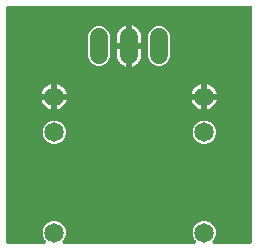
<source format=gbl>
G04 EAGLE Gerber RS-274X export*
G75*
%MOMM*%
%FSLAX34Y34*%
%LPD*%
%INBottom Copper*%
%IPPOS*%
%AMOC8*
5,1,8,0,0,1.08239X$1,22.5*%
G01*
%ADD10C,1.524000*%
%ADD11C,1.650000*%

G36*
X41771Y10162D02*
X41771Y10162D01*
X41780Y10161D01*
X41972Y10182D01*
X42162Y10201D01*
X42171Y10203D01*
X42180Y10204D01*
X42362Y10262D01*
X42547Y10319D01*
X42555Y10323D01*
X42564Y10326D01*
X42732Y10419D01*
X42901Y10511D01*
X42908Y10516D01*
X42916Y10521D01*
X43064Y10646D01*
X43211Y10768D01*
X43216Y10775D01*
X43223Y10781D01*
X43343Y10933D01*
X43463Y11082D01*
X43467Y11090D01*
X43473Y11097D01*
X43560Y11270D01*
X43649Y11439D01*
X43651Y11448D01*
X43655Y11456D01*
X43707Y11641D01*
X43760Y11826D01*
X43761Y11835D01*
X43763Y11844D01*
X43777Y12036D01*
X43793Y12228D01*
X43792Y12236D01*
X43792Y12245D01*
X43769Y12435D01*
X43746Y12627D01*
X43743Y12636D01*
X43742Y12645D01*
X43681Y12826D01*
X43621Y13010D01*
X43617Y13018D01*
X43614Y13026D01*
X43518Y13194D01*
X43423Y13361D01*
X43417Y13368D01*
X43413Y13375D01*
X43198Y13628D01*
X42513Y14313D01*
X41025Y17906D01*
X41025Y21794D01*
X42513Y25387D01*
X45263Y28137D01*
X48856Y29625D01*
X52744Y29625D01*
X56337Y28137D01*
X59087Y25387D01*
X60575Y21794D01*
X60575Y17906D01*
X59087Y14313D01*
X58402Y13628D01*
X58396Y13621D01*
X58389Y13616D01*
X58270Y13467D01*
X58147Y13317D01*
X58143Y13309D01*
X58137Y13302D01*
X58049Y13132D01*
X57958Y12961D01*
X57956Y12952D01*
X57951Y12945D01*
X57898Y12760D01*
X57843Y12575D01*
X57843Y12566D01*
X57840Y12558D01*
X57824Y12367D01*
X57807Y12174D01*
X57808Y12165D01*
X57807Y12156D01*
X57829Y11967D01*
X57850Y11774D01*
X57853Y11765D01*
X57854Y11757D01*
X57914Y11574D01*
X57972Y11390D01*
X57976Y11382D01*
X57979Y11374D01*
X58074Y11206D01*
X58167Y11038D01*
X58172Y11031D01*
X58177Y11023D01*
X58303Y10877D01*
X58427Y10731D01*
X58434Y10725D01*
X58440Y10718D01*
X58593Y10600D01*
X58743Y10481D01*
X58751Y10477D01*
X58758Y10472D01*
X58930Y10386D01*
X59102Y10299D01*
X59111Y10296D01*
X59119Y10292D01*
X59304Y10243D01*
X59490Y10191D01*
X59499Y10190D01*
X59507Y10188D01*
X59838Y10161D01*
X168762Y10161D01*
X168771Y10162D01*
X168780Y10161D01*
X168972Y10182D01*
X169162Y10201D01*
X169171Y10203D01*
X169180Y10204D01*
X169362Y10262D01*
X169547Y10319D01*
X169555Y10323D01*
X169564Y10326D01*
X169732Y10419D01*
X169901Y10511D01*
X169908Y10516D01*
X169916Y10521D01*
X170064Y10646D01*
X170211Y10768D01*
X170216Y10775D01*
X170223Y10781D01*
X170343Y10933D01*
X170463Y11082D01*
X170467Y11090D01*
X170473Y11097D01*
X170560Y11270D01*
X170649Y11439D01*
X170651Y11448D01*
X170655Y11456D01*
X170707Y11641D01*
X170760Y11826D01*
X170761Y11835D01*
X170763Y11844D01*
X170777Y12036D01*
X170793Y12228D01*
X170792Y12236D01*
X170792Y12245D01*
X170769Y12435D01*
X170746Y12627D01*
X170743Y12636D01*
X170742Y12645D01*
X170681Y12826D01*
X170621Y13010D01*
X170617Y13018D01*
X170614Y13026D01*
X170518Y13194D01*
X170423Y13361D01*
X170417Y13368D01*
X170413Y13375D01*
X170198Y13628D01*
X169513Y14313D01*
X168025Y17906D01*
X168025Y21794D01*
X169513Y25387D01*
X172263Y28137D01*
X175856Y29625D01*
X179744Y29625D01*
X183337Y28137D01*
X186087Y25387D01*
X187575Y21794D01*
X187575Y17906D01*
X186087Y14313D01*
X185402Y13628D01*
X185396Y13621D01*
X185389Y13616D01*
X185270Y13467D01*
X185147Y13317D01*
X185143Y13309D01*
X185137Y13302D01*
X185049Y13132D01*
X184958Y12961D01*
X184956Y12952D01*
X184951Y12945D01*
X184898Y12760D01*
X184843Y12575D01*
X184843Y12566D01*
X184840Y12558D01*
X184824Y12367D01*
X184807Y12174D01*
X184808Y12165D01*
X184807Y12156D01*
X184829Y11967D01*
X184850Y11774D01*
X184853Y11765D01*
X184854Y11757D01*
X184914Y11574D01*
X184972Y11390D01*
X184976Y11382D01*
X184979Y11374D01*
X185074Y11206D01*
X185167Y11038D01*
X185172Y11031D01*
X185177Y11023D01*
X185303Y10877D01*
X185427Y10731D01*
X185434Y10725D01*
X185440Y10718D01*
X185593Y10600D01*
X185743Y10481D01*
X185751Y10477D01*
X185758Y10472D01*
X185930Y10386D01*
X186102Y10299D01*
X186111Y10296D01*
X186119Y10292D01*
X186304Y10243D01*
X186490Y10191D01*
X186499Y10190D01*
X186507Y10188D01*
X186838Y10161D01*
X216408Y10161D01*
X216426Y10163D01*
X216444Y10161D01*
X216626Y10182D01*
X216809Y10201D01*
X216826Y10206D01*
X216843Y10208D01*
X217018Y10265D01*
X217194Y10319D01*
X217209Y10327D01*
X217226Y10333D01*
X217386Y10423D01*
X217548Y10511D01*
X217561Y10522D01*
X217577Y10531D01*
X217716Y10651D01*
X217857Y10768D01*
X217868Y10782D01*
X217882Y10794D01*
X217994Y10939D01*
X218109Y11082D01*
X218117Y11098D01*
X218128Y11112D01*
X218210Y11277D01*
X218295Y11439D01*
X218300Y11456D01*
X218308Y11472D01*
X218355Y11651D01*
X218406Y11826D01*
X218408Y11844D01*
X218412Y11861D01*
X218439Y12192D01*
X218439Y210058D01*
X218437Y210076D01*
X218439Y210094D01*
X218418Y210276D01*
X218399Y210459D01*
X218394Y210476D01*
X218392Y210493D01*
X218335Y210668D01*
X218281Y210844D01*
X218273Y210859D01*
X218267Y210876D01*
X218177Y211036D01*
X218089Y211198D01*
X218078Y211211D01*
X218069Y211227D01*
X217949Y211366D01*
X217832Y211507D01*
X217818Y211518D01*
X217806Y211532D01*
X217661Y211644D01*
X217518Y211759D01*
X217502Y211767D01*
X217488Y211778D01*
X217323Y211860D01*
X217161Y211945D01*
X217144Y211950D01*
X217128Y211958D01*
X216949Y212005D01*
X216774Y212056D01*
X216756Y212058D01*
X216739Y212062D01*
X216408Y212089D01*
X12192Y212089D01*
X12174Y212087D01*
X12156Y212089D01*
X11974Y212068D01*
X11791Y212049D01*
X11774Y212044D01*
X11757Y212042D01*
X11582Y211985D01*
X11406Y211931D01*
X11391Y211923D01*
X11374Y211917D01*
X11214Y211827D01*
X11052Y211739D01*
X11039Y211728D01*
X11023Y211719D01*
X10884Y211599D01*
X10743Y211482D01*
X10732Y211468D01*
X10718Y211456D01*
X10606Y211311D01*
X10491Y211168D01*
X10483Y211152D01*
X10472Y211138D01*
X10390Y210973D01*
X10305Y210811D01*
X10300Y210794D01*
X10292Y210778D01*
X10245Y210599D01*
X10194Y210424D01*
X10192Y210406D01*
X10188Y210389D01*
X10161Y210058D01*
X10161Y12192D01*
X10163Y12174D01*
X10161Y12156D01*
X10182Y11974D01*
X10201Y11791D01*
X10206Y11774D01*
X10208Y11757D01*
X10265Y11582D01*
X10319Y11406D01*
X10327Y11391D01*
X10333Y11374D01*
X10423Y11214D01*
X10511Y11052D01*
X10522Y11039D01*
X10531Y11023D01*
X10651Y10884D01*
X10768Y10743D01*
X10782Y10732D01*
X10794Y10718D01*
X10939Y10606D01*
X11082Y10491D01*
X11098Y10483D01*
X11112Y10472D01*
X11277Y10390D01*
X11439Y10305D01*
X11456Y10300D01*
X11472Y10292D01*
X11651Y10245D01*
X11826Y10194D01*
X11844Y10192D01*
X11861Y10188D01*
X12192Y10161D01*
X41762Y10161D01*
X41771Y10162D01*
G37*
%LPC*%
G36*
X87081Y161035D02*
X87081Y161035D01*
X83720Y162427D01*
X81147Y165000D01*
X79755Y168361D01*
X79755Y187239D01*
X81147Y190600D01*
X83720Y193173D01*
X87081Y194565D01*
X90719Y194565D01*
X94080Y193173D01*
X96653Y190600D01*
X98045Y187239D01*
X98045Y168361D01*
X96653Y165000D01*
X94080Y162427D01*
X93885Y162346D01*
X93884Y162346D01*
X90719Y161035D01*
X87081Y161035D01*
G37*
%LPD*%
%LPC*%
G36*
X137881Y161035D02*
X137881Y161035D01*
X134520Y162427D01*
X131947Y165000D01*
X130555Y168361D01*
X130555Y187239D01*
X131947Y190600D01*
X134520Y193173D01*
X137881Y194565D01*
X141519Y194565D01*
X144880Y193173D01*
X147453Y190600D01*
X148845Y187239D01*
X148845Y168361D01*
X147453Y165000D01*
X144880Y162427D01*
X144685Y162346D01*
X144684Y162346D01*
X141519Y161035D01*
X137881Y161035D01*
G37*
%LPD*%
%LPC*%
G36*
X48856Y95075D02*
X48856Y95075D01*
X45263Y96563D01*
X42513Y99313D01*
X41025Y102906D01*
X41025Y106794D01*
X42513Y110387D01*
X45263Y113137D01*
X48856Y114625D01*
X52744Y114625D01*
X56337Y113137D01*
X59087Y110387D01*
X60575Y106794D01*
X60575Y102906D01*
X59087Y99313D01*
X56337Y96563D01*
X52744Y95075D01*
X48856Y95075D01*
G37*
%LPD*%
%LPC*%
G36*
X175856Y95075D02*
X175856Y95075D01*
X172263Y96563D01*
X169513Y99313D01*
X168025Y102906D01*
X168025Y106794D01*
X169513Y110387D01*
X172263Y113137D01*
X175856Y114625D01*
X179744Y114625D01*
X183337Y113137D01*
X186087Y110387D01*
X187575Y106794D01*
X187575Y102906D01*
X186087Y99313D01*
X183337Y96563D01*
X179744Y95075D01*
X175856Y95075D01*
G37*
%LPD*%
%LPC*%
G36*
X116839Y180339D02*
X116839Y180339D01*
X116839Y195279D01*
X118200Y194836D01*
X119625Y194110D01*
X120919Y193170D01*
X122050Y192039D01*
X122990Y190745D01*
X123716Y189320D01*
X124211Y187799D01*
X124461Y186220D01*
X124461Y180339D01*
X116839Y180339D01*
G37*
%LPD*%
%LPC*%
G36*
X116839Y175261D02*
X116839Y175261D01*
X124461Y175261D01*
X124461Y169380D01*
X124211Y167801D01*
X123716Y166280D01*
X122990Y164855D01*
X122050Y163561D01*
X120919Y162430D01*
X119625Y161490D01*
X118200Y160764D01*
X116839Y160321D01*
X116839Y175261D01*
G37*
%LPD*%
%LPC*%
G36*
X104139Y180339D02*
X104139Y180339D01*
X104139Y186220D01*
X104389Y187799D01*
X104884Y189320D01*
X105610Y190745D01*
X106550Y192039D01*
X107681Y193170D01*
X108975Y194110D01*
X110400Y194836D01*
X111761Y195279D01*
X111761Y180339D01*
X104139Y180339D01*
G37*
%LPD*%
%LPC*%
G36*
X110400Y160764D02*
X110400Y160764D01*
X108975Y161490D01*
X107681Y162430D01*
X106550Y163561D01*
X105610Y164855D01*
X104884Y166280D01*
X104389Y167801D01*
X104139Y169380D01*
X104139Y175261D01*
X111761Y175261D01*
X111761Y160321D01*
X110400Y160764D01*
G37*
%LPD*%
%LPC*%
G36*
X180549Y137599D02*
X180549Y137599D01*
X180549Y145303D01*
X181942Y144850D01*
X183456Y144079D01*
X184830Y143081D01*
X186031Y141880D01*
X187029Y140506D01*
X187800Y138992D01*
X188253Y137599D01*
X180549Y137599D01*
G37*
%LPD*%
%LPC*%
G36*
X53549Y137599D02*
X53549Y137599D01*
X53549Y145303D01*
X54942Y144850D01*
X56456Y144079D01*
X57830Y143081D01*
X59031Y141880D01*
X60029Y140506D01*
X60800Y138992D01*
X61253Y137599D01*
X53549Y137599D01*
G37*
%LPD*%
%LPC*%
G36*
X180549Y132101D02*
X180549Y132101D01*
X188253Y132101D01*
X187800Y130708D01*
X187029Y129194D01*
X186031Y127820D01*
X184830Y126619D01*
X183456Y125621D01*
X181942Y124850D01*
X180549Y124397D01*
X180549Y132101D01*
G37*
%LPD*%
%LPC*%
G36*
X53549Y132101D02*
X53549Y132101D01*
X61253Y132101D01*
X60800Y130708D01*
X60029Y129194D01*
X59031Y127820D01*
X57830Y126619D01*
X56456Y125621D01*
X54942Y124850D01*
X53549Y124397D01*
X53549Y132101D01*
G37*
%LPD*%
%LPC*%
G36*
X40347Y137599D02*
X40347Y137599D01*
X40800Y138992D01*
X41571Y140506D01*
X42569Y141880D01*
X43770Y143081D01*
X45144Y144079D01*
X46658Y144850D01*
X48051Y145303D01*
X48051Y137599D01*
X40347Y137599D01*
G37*
%LPD*%
%LPC*%
G36*
X167347Y137599D02*
X167347Y137599D01*
X167800Y138992D01*
X168571Y140506D01*
X169569Y141880D01*
X170770Y143081D01*
X172144Y144079D01*
X173658Y144850D01*
X175051Y145303D01*
X175051Y137599D01*
X167347Y137599D01*
G37*
%LPD*%
%LPC*%
G36*
X173658Y124850D02*
X173658Y124850D01*
X172144Y125621D01*
X170770Y126619D01*
X169569Y127820D01*
X168571Y129194D01*
X167800Y130708D01*
X167347Y132101D01*
X175051Y132101D01*
X175051Y124397D01*
X173658Y124850D01*
G37*
%LPD*%
%LPC*%
G36*
X46658Y124850D02*
X46658Y124850D01*
X45144Y125621D01*
X43770Y126619D01*
X42569Y127820D01*
X41571Y129194D01*
X40800Y130708D01*
X40347Y132101D01*
X48051Y132101D01*
X48051Y124397D01*
X46658Y124850D01*
G37*
%LPD*%
D10*
X139700Y185420D02*
X139700Y170180D01*
X114300Y170180D02*
X114300Y185420D01*
X88900Y185420D02*
X88900Y170180D01*
D11*
X50800Y19850D03*
X50800Y104850D03*
X50800Y134850D03*
X177800Y19850D03*
X177800Y104850D03*
X177800Y134850D03*
M02*

</source>
